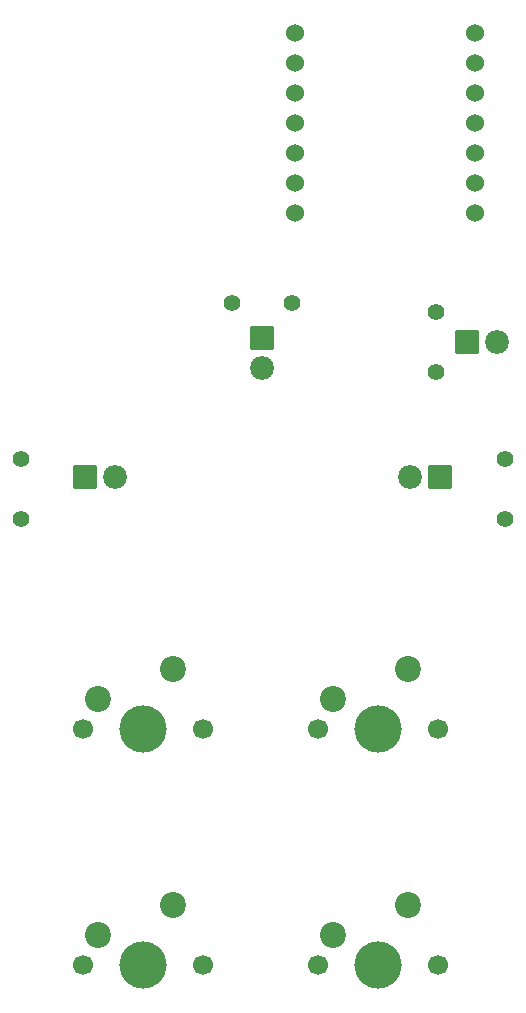
<source format=gbr>
%TF.GenerationSoftware,KiCad,Pcbnew,9.0.2*%
%TF.CreationDate,2025-06-30T11:25:16-04:00*%
%TF.ProjectId,magi_controller,6d616769-5f63-46f6-9e74-726f6c6c6572,rev?*%
%TF.SameCoordinates,Original*%
%TF.FileFunction,Soldermask,Bot*%
%TF.FilePolarity,Negative*%
%FSLAX46Y46*%
G04 Gerber Fmt 4.6, Leading zero omitted, Abs format (unit mm)*
G04 Created by KiCad (PCBNEW 9.0.2) date 2025-06-30 11:25:16*
%MOMM*%
%LPD*%
G01*
G04 APERTURE LIST*
G04 Aperture macros list*
%AMRoundRect*
0 Rectangle with rounded corners*
0 $1 Rounding radius*
0 $2 $3 $4 $5 $6 $7 $8 $9 X,Y pos of 4 corners*
0 Add a 4 corners polygon primitive as box body*
4,1,4,$2,$3,$4,$5,$6,$7,$8,$9,$2,$3,0*
0 Add four circle primitives for the rounded corners*
1,1,$1+$1,$2,$3*
1,1,$1+$1,$4,$5*
1,1,$1+$1,$6,$7*
1,1,$1+$1,$8,$9*
0 Add four rect primitives between the rounded corners*
20,1,$1+$1,$2,$3,$4,$5,0*
20,1,$1+$1,$4,$5,$6,$7,0*
20,1,$1+$1,$6,$7,$8,$9,0*
20,1,$1+$1,$8,$9,$2,$3,0*%
G04 Aperture macros list end*
%ADD10C,1.400000*%
%ADD11C,1.700000*%
%ADD12C,4.000000*%
%ADD13C,2.200000*%
%ADD14C,2.019000*%
%ADD15RoundRect,0.102000X0.907500X0.907500X-0.907500X0.907500X-0.907500X-0.907500X0.907500X-0.907500X0*%
%ADD16RoundRect,0.102000X-0.907500X0.907500X-0.907500X-0.907500X0.907500X-0.907500X0.907500X0.907500X0*%
%ADD17C,1.524000*%
%ADD18RoundRect,0.102000X-0.907500X-0.907500X0.907500X-0.907500X0.907500X0.907500X-0.907500X0.907500X0*%
G04 APERTURE END LIST*
D10*
%TO.C,R1*%
X209000000Y-81540000D03*
X209000000Y-76460000D03*
%TD*%
D11*
%TO.C,SW3*%
X173290000Y-119330000D03*
D12*
X178370000Y-119330000D03*
D11*
X183450000Y-119330000D03*
D13*
X180910000Y-114250000D03*
X174560000Y-116790000D03*
%TD*%
D14*
%TO.C,D1*%
X200960000Y-78000000D03*
D15*
X203500000Y-78000000D03*
%TD*%
D11*
%TO.C,SW1*%
X173290000Y-99330000D03*
D12*
X178370000Y-99330000D03*
D11*
X183450000Y-99330000D03*
D13*
X180910000Y-94250000D03*
X174560000Y-96790000D03*
%TD*%
D11*
%TO.C,SW2*%
X193140000Y-99290000D03*
D12*
X198220000Y-99290000D03*
D11*
X203300000Y-99290000D03*
D13*
X200760000Y-94210000D03*
X194410000Y-96750000D03*
%TD*%
D10*
%TO.C,R4*%
X203160000Y-69090000D03*
X203160000Y-64010000D03*
%TD*%
D14*
%TO.C,D2*%
X188441291Y-68770000D03*
D16*
X188441291Y-66230000D03*
%TD*%
D10*
%TO.C,R2*%
X185901291Y-63270000D03*
X190981291Y-63270000D03*
%TD*%
%TO.C,R3*%
X168000000Y-81580000D03*
X168000000Y-76500000D03*
%TD*%
D17*
%TO.C,U1*%
X191200000Y-40400000D03*
X191200000Y-42940000D03*
X191200000Y-45480000D03*
X191200000Y-48020000D03*
X191200000Y-50560000D03*
X191200000Y-53100000D03*
X191200000Y-55640000D03*
X206440000Y-55640000D03*
X206440000Y-53100000D03*
X206440000Y-50560000D03*
X206440000Y-48020000D03*
X206440000Y-45480000D03*
X206440000Y-42940000D03*
X206440000Y-40400000D03*
%TD*%
D11*
%TO.C,SW4*%
X193140000Y-119290000D03*
D12*
X198220000Y-119290000D03*
D11*
X203300000Y-119290000D03*
D13*
X200760000Y-114210000D03*
X194410000Y-116750000D03*
%TD*%
D14*
%TO.C,D3*%
X176000000Y-78000000D03*
D18*
X173460000Y-78000000D03*
%TD*%
D14*
%TO.C,D4*%
X208360000Y-66602871D03*
D18*
X205820000Y-66602871D03*
%TD*%
M02*

</source>
